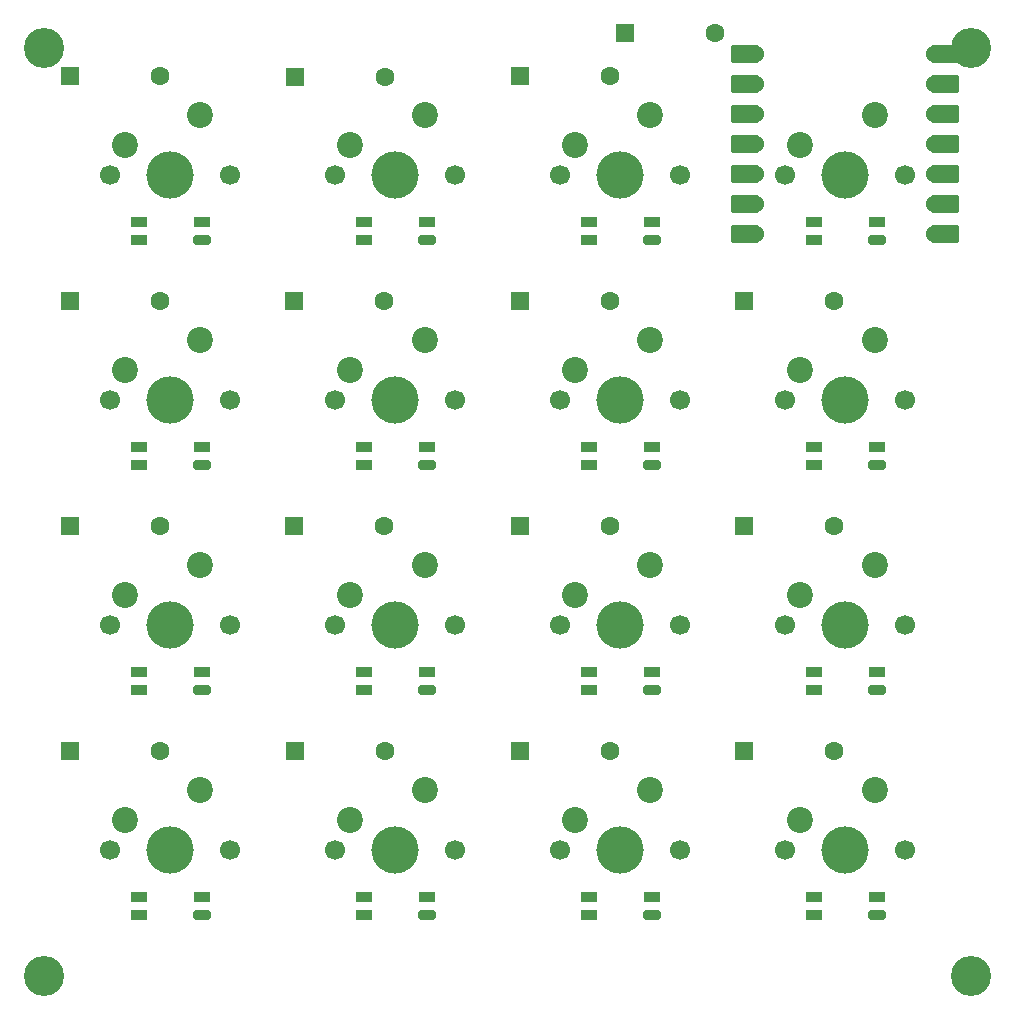
<source format=gbr>
%TF.GenerationSoftware,KiCad,Pcbnew,9.0.2*%
%TF.CreationDate,2025-06-30T11:30:22+02:00*%
%TF.ProjectId,HackPad,4861636b-5061-4642-9e6b-696361645f70,rev?*%
%TF.SameCoordinates,Original*%
%TF.FileFunction,Soldermask,Bot*%
%TF.FilePolarity,Negative*%
%FSLAX46Y46*%
G04 Gerber Fmt 4.6, Leading zero omitted, Abs format (unit mm)*
G04 Created by KiCad (PCBNEW 9.0.2) date 2025-06-30 11:30:22*
%MOMM*%
%LPD*%
G01*
G04 APERTURE LIST*
G04 Aperture macros list*
%AMRoundRect*
0 Rectangle with rounded corners*
0 $1 Rounding radius*
0 $2 $3 $4 $5 $6 $7 $8 $9 X,Y pos of 4 corners*
0 Add a 4 corners polygon primitive as box body*
4,1,4,$2,$3,$4,$5,$6,$7,$8,$9,$2,$3,0*
0 Add four circle primitives for the rounded corners*
1,1,$1+$1,$2,$3*
1,1,$1+$1,$4,$5*
1,1,$1+$1,$6,$7*
1,1,$1+$1,$8,$9*
0 Add four rect primitives between the rounded corners*
20,1,$1+$1,$2,$3,$4,$5,0*
20,1,$1+$1,$4,$5,$6,$7,0*
20,1,$1+$1,$6,$7,$8,$9,0*
20,1,$1+$1,$8,$9,$2,$3,0*%
G04 Aperture macros list end*
%ADD10C,1.700000*%
%ADD11C,4.000000*%
%ADD12C,2.200000*%
%ADD13C,3.400000*%
%ADD14RoundRect,0.250000X-0.550000X-0.550000X0.550000X-0.550000X0.550000X0.550000X-0.550000X0.550000X0*%
%ADD15C,1.600000*%
%ADD16RoundRect,0.152400X-1.063600X-0.609600X1.063600X-0.609600X1.063600X0.609600X-1.063600X0.609600X0*%
%ADD17C,1.524000*%
%ADD18RoundRect,0.152400X1.063600X0.609600X-1.063600X0.609600X-1.063600X-0.609600X1.063600X-0.609600X0*%
%ADD19R,1.450000X0.820000*%
%ADD20RoundRect,0.205000X-0.520000X-0.205000X0.520000X-0.205000X0.520000X0.205000X-0.520000X0.205000X0*%
G04 APERTURE END LIST*
D10*
%TO.C,SW6*%
X52070000Y-50006200D03*
D11*
X57150000Y-50006200D03*
D10*
X62230000Y-50006200D03*
D12*
X59690000Y-44926200D03*
X53340000Y-47466200D03*
%TD*%
D10*
%TO.C,SW13*%
X33020000Y-88106200D03*
D11*
X38100000Y-88106200D03*
D10*
X43180000Y-88106200D03*
D12*
X40640000Y-83026200D03*
X34290000Y-85566200D03*
%TD*%
D10*
%TO.C,SW8*%
X90170000Y-50006200D03*
D11*
X95250000Y-50006200D03*
D10*
X100330000Y-50006200D03*
D12*
X97790000Y-44926200D03*
X91440000Y-47466200D03*
%TD*%
D13*
%TO.C,H1*%
X105925000Y-98781200D03*
%TD*%
D10*
%TO.C,SW9*%
X33020000Y-69056200D03*
D11*
X38100000Y-69056200D03*
D10*
X43180000Y-69056200D03*
D12*
X40640000Y-63976200D03*
X34290000Y-66516200D03*
%TD*%
D10*
%TO.C,SW12*%
X90170000Y-69056200D03*
D11*
X95250000Y-69056200D03*
D10*
X100330000Y-69056200D03*
D12*
X97790000Y-63976200D03*
X91440000Y-66516200D03*
%TD*%
D10*
%TO.C,SW1*%
X33020000Y-30956200D03*
D11*
X38100000Y-30956200D03*
D10*
X43180000Y-30956200D03*
D12*
X40640000Y-25876200D03*
X34290000Y-28416200D03*
%TD*%
D10*
%TO.C,SW4*%
X90170000Y-30956200D03*
D11*
X95250000Y-30956200D03*
D10*
X100330000Y-30956200D03*
D12*
X97790000Y-25876200D03*
X91440000Y-28416200D03*
%TD*%
D10*
%TO.C,SW3*%
X71120000Y-30956200D03*
D11*
X76200000Y-30956200D03*
D10*
X81280000Y-30956200D03*
D12*
X78740000Y-25876200D03*
X72390000Y-28416200D03*
%TD*%
D10*
%TO.C,SW15*%
X71120000Y-88106200D03*
D11*
X76200000Y-88106200D03*
D10*
X81280000Y-88106200D03*
D12*
X78740000Y-83026200D03*
X72390000Y-85566200D03*
%TD*%
D10*
%TO.C,SW16*%
X90170000Y-88106200D03*
D11*
X95250000Y-88106200D03*
D10*
X100330000Y-88106200D03*
D12*
X97790000Y-83026200D03*
X91440000Y-85566200D03*
%TD*%
D10*
%TO.C,SW2*%
X52070000Y-30956200D03*
D11*
X57150000Y-30956200D03*
D10*
X62230000Y-30956200D03*
D12*
X59690000Y-25876200D03*
X53340000Y-28416200D03*
%TD*%
D10*
%TO.C,SW14*%
X52070000Y-88106200D03*
D11*
X57150000Y-88106200D03*
D10*
X62230000Y-88106200D03*
D12*
X59690000Y-83026200D03*
X53340000Y-85566200D03*
%TD*%
D13*
%TO.C,H2*%
X27425000Y-98781200D03*
%TD*%
%TO.C,H4*%
X27425000Y-20281200D03*
%TD*%
D10*
%TO.C,SW7*%
X71120000Y-50006200D03*
D11*
X76200000Y-50006200D03*
D10*
X81280000Y-50006200D03*
D12*
X78740000Y-44926200D03*
X72390000Y-47466200D03*
%TD*%
D10*
%TO.C,SW5*%
X33020000Y-50006200D03*
D11*
X38100000Y-50006200D03*
D10*
X43180000Y-50006200D03*
D12*
X40640000Y-44926200D03*
X34290000Y-47466200D03*
%TD*%
D13*
%TO.C,H3*%
X105925000Y-20281200D03*
%TD*%
D10*
%TO.C,SW11*%
X71120000Y-69056200D03*
D11*
X76200000Y-69056200D03*
D10*
X81280000Y-69056200D03*
D12*
X78740000Y-63976200D03*
X72390000Y-66516200D03*
%TD*%
D10*
%TO.C,SW10*%
X52070000Y-69056200D03*
D11*
X57150000Y-69056200D03*
D10*
X62230000Y-69056200D03*
D12*
X59690000Y-63976200D03*
X53340000Y-66516200D03*
%TD*%
D14*
%TO.C,D21*%
X86680000Y-60700000D03*
D15*
X94300000Y-60700000D03*
%TD*%
D14*
%TO.C,D19*%
X48690000Y-79800000D03*
D15*
X56310000Y-79800000D03*
%TD*%
D14*
%TO.C,D29*%
X76590000Y-19000000D03*
D15*
X84210000Y-19000000D03*
%TD*%
D16*
%TO.C,U1*%
X103700000Y-20791200D03*
D17*
X102865000Y-20791200D03*
D16*
X103700000Y-23331200D03*
D17*
X102865000Y-23331200D03*
D16*
X103700000Y-25871200D03*
D17*
X102865000Y-25871200D03*
D16*
X103700000Y-28411200D03*
D17*
X102865000Y-28411200D03*
D16*
X103700000Y-30951200D03*
D17*
X102865000Y-30951200D03*
D16*
X103700000Y-33491200D03*
D17*
X102865000Y-33491200D03*
D16*
X103700000Y-36031200D03*
D17*
X102865000Y-36031200D03*
X87625000Y-36031200D03*
D18*
X86790000Y-36031200D03*
D17*
X87625000Y-33491200D03*
D18*
X86790000Y-33491200D03*
D17*
X87625000Y-30951200D03*
D18*
X86790000Y-30951200D03*
D17*
X87625000Y-28411200D03*
D18*
X86790000Y-28411200D03*
D17*
X87625000Y-25871200D03*
D18*
X86790000Y-25871200D03*
D17*
X87625000Y-23331200D03*
D18*
X86790000Y-23331200D03*
D17*
X87625000Y-20791200D03*
D18*
X86790000Y-20791200D03*
%TD*%
D19*
%TO.C,D6*%
X54475000Y-54018700D03*
X54475000Y-55518700D03*
D20*
X59825000Y-55518700D03*
D19*
X59825000Y-54018700D03*
%TD*%
D14*
%TO.C,D18*%
X67680000Y-79800000D03*
D15*
X75300000Y-79800000D03*
%TD*%
D14*
%TO.C,D20*%
X29590000Y-79800000D03*
D15*
X37210000Y-79800000D03*
%TD*%
D19*
%TO.C,D13*%
X35425000Y-92118700D03*
X35425000Y-93618700D03*
D20*
X40775000Y-93618700D03*
D19*
X40775000Y-92118700D03*
%TD*%
%TO.C,D10*%
X54475000Y-73068700D03*
X54475000Y-74568700D03*
D20*
X59825000Y-74568700D03*
D19*
X59825000Y-73068700D03*
%TD*%
D14*
%TO.C,D24*%
X29600000Y-60700000D03*
D15*
X37220000Y-60700000D03*
%TD*%
D19*
%TO.C,D9*%
X35425000Y-73068700D03*
X35425000Y-74568700D03*
D20*
X40775000Y-74568700D03*
D19*
X40775000Y-73068700D03*
%TD*%
%TO.C,D2*%
X54475000Y-34968700D03*
X54475000Y-36468700D03*
D20*
X59825000Y-36468700D03*
D19*
X59825000Y-34968700D03*
%TD*%
%TO.C,D5*%
X35425000Y-54018700D03*
X35425000Y-55518700D03*
D20*
X40775000Y-55518700D03*
D19*
X40775000Y-54018700D03*
%TD*%
%TO.C,D1*%
X35425000Y-34968700D03*
X35425000Y-36468700D03*
D20*
X40775000Y-36468700D03*
D19*
X40775000Y-34968700D03*
%TD*%
%TO.C,D4*%
X92575000Y-34968700D03*
X92575000Y-36468700D03*
D20*
X97925000Y-36468700D03*
D19*
X97925000Y-34968700D03*
%TD*%
%TO.C,D11*%
X73525000Y-73068700D03*
X73525000Y-74568700D03*
D20*
X78875000Y-74568700D03*
D19*
X78875000Y-73068700D03*
%TD*%
%TO.C,D7*%
X73525000Y-54018700D03*
X73525000Y-55518700D03*
D20*
X78875000Y-55518700D03*
D19*
X78875000Y-54018700D03*
%TD*%
%TO.C,D3*%
X73525000Y-34968700D03*
X73525000Y-36468700D03*
D20*
X78875000Y-36468700D03*
D19*
X78875000Y-34968700D03*
%TD*%
D14*
%TO.C,D30*%
X67690000Y-22600000D03*
D15*
X75310000Y-22600000D03*
%TD*%
D19*
%TO.C,D14*%
X54475000Y-92118700D03*
X54475000Y-93618700D03*
D20*
X59825000Y-93618700D03*
D19*
X59825000Y-92118700D03*
%TD*%
%TO.C,D8*%
X92575000Y-54018700D03*
X92575000Y-55518700D03*
D20*
X97925000Y-55518700D03*
D19*
X97925000Y-54018700D03*
%TD*%
D14*
%TO.C,D25*%
X86690000Y-41700000D03*
D15*
X94310000Y-41700000D03*
%TD*%
D19*
%TO.C,D16*%
X92575000Y-92118700D03*
X92575000Y-93618700D03*
D20*
X97925000Y-93618700D03*
D19*
X97925000Y-92118700D03*
%TD*%
D14*
%TO.C,D31*%
X48690000Y-22700000D03*
D15*
X56310000Y-22700000D03*
%TD*%
D19*
%TO.C,D15*%
X73525000Y-92118700D03*
X73525000Y-93618700D03*
D20*
X78875000Y-93618700D03*
D19*
X78875000Y-92118700D03*
%TD*%
D14*
%TO.C,D28*%
X29590000Y-41700000D03*
D15*
X37210000Y-41700000D03*
%TD*%
D14*
%TO.C,D23*%
X48590000Y-60700000D03*
D15*
X56210000Y-60700000D03*
%TD*%
D14*
%TO.C,D26*%
X67690000Y-41700000D03*
D15*
X75310000Y-41700000D03*
%TD*%
D14*
%TO.C,D17*%
X86680000Y-79800000D03*
D15*
X94300000Y-79800000D03*
%TD*%
D14*
%TO.C,D27*%
X48590000Y-41700000D03*
D15*
X56210000Y-41700000D03*
%TD*%
D14*
%TO.C,D22*%
X67690000Y-60700000D03*
D15*
X75310000Y-60700000D03*
%TD*%
D19*
%TO.C,D12*%
X92575000Y-73068700D03*
X92575000Y-74568700D03*
D20*
X97925000Y-74568700D03*
D19*
X97925000Y-73068700D03*
%TD*%
D14*
%TO.C,D32*%
X29590000Y-22600000D03*
D15*
X37210000Y-22600000D03*
%TD*%
M02*

</source>
